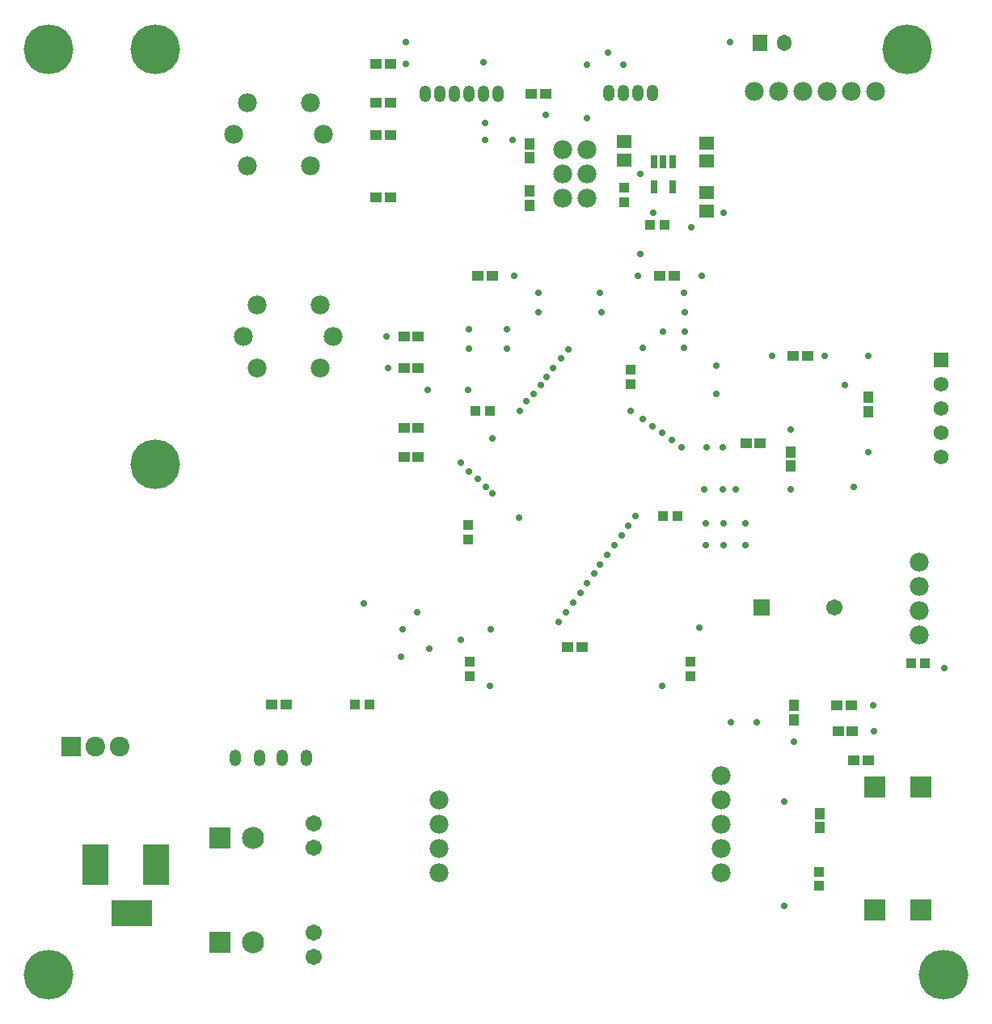
<source format=gbr>
G04*
G04 #@! TF.GenerationSoftware,Altium Limited,Altium Designer,24.4.1 (13)*
G04*
G04 Layer_Color=16711935*
%FSLAX44Y44*%
%MOMM*%
G71*
G04*
G04 #@! TF.SameCoordinates,292D2D62-A6DC-441A-99C5-A44A3EC90559*
G04*
G04*
G04 #@! TF.FilePolarity,Negative*
G04*
G01*
G75*
%ADD32R,1.1524X1.1024*%
%ADD40O,1.5032X1.7032*%
%ADD41R,1.5032X1.7032*%
%ADD42R,1.5732X1.5732*%
%ADD43C,1.5732*%
%ADD44C,1.9812*%
%ADD45C,5.2032*%
%ADD46R,2.3032X2.3032*%
%ADD47C,2.3032*%
%ADD48R,2.7432X4.2672*%
%ADD49R,4.2672X2.7432*%
%ADD50O,1.2192X1.7272*%
%ADD51C,2.0632*%
%ADD52R,2.0632X2.0632*%
%ADD53C,1.7032*%
%ADD54R,1.7032X1.7032*%
%ADD55R,2.2032X2.2032*%
%ADD56C,0.7112*%
%ADD80R,1.1024X1.1524*%
%ADD81R,1.0414X1.1024*%
%ADD82R,1.1024X1.0414*%
%ADD83R,1.6032X1.4032*%
%ADD84R,0.7724X1.3724*%
D32*
X682110Y774700D02*
D03*
X697110D02*
D03*
X868800Y298450D02*
D03*
X883800D02*
D03*
X562490Y965200D02*
D03*
X547490D02*
D03*
X900310Y267970D02*
D03*
X885310D02*
D03*
X882530Y325120D02*
D03*
X867530D02*
D03*
X600590Y386080D02*
D03*
X585590D02*
D03*
X821810Y690880D02*
D03*
X836810D02*
D03*
X787280Y599440D02*
D03*
X772280D02*
D03*
X429140Y585470D02*
D03*
X414140D02*
D03*
X384930Y996950D02*
D03*
X399930D02*
D03*
X429140Y678180D02*
D03*
X414140D02*
D03*
X399930Y956310D02*
D03*
X384930D02*
D03*
X414140Y711200D02*
D03*
X429140D02*
D03*
X384930Y922020D02*
D03*
X399930D02*
D03*
X414140Y615950D02*
D03*
X429140D02*
D03*
X384930Y857250D02*
D03*
X399930D02*
D03*
X275710Y326390D02*
D03*
X290710D02*
D03*
X491610Y774700D02*
D03*
X506610D02*
D03*
D40*
X812800Y1018540D02*
D03*
D41*
X787400D02*
D03*
D42*
X976630Y687070D02*
D03*
D43*
Y661670D02*
D03*
Y636270D02*
D03*
Y610870D02*
D03*
Y585470D02*
D03*
D44*
X953770Y474980D02*
D03*
Y398780D02*
D03*
Y424180D02*
D03*
Y449580D02*
D03*
X908050Y967740D02*
D03*
X882650D02*
D03*
X857250D02*
D03*
X831850D02*
D03*
X806450D02*
D03*
X781050D02*
D03*
X330200Y923290D02*
D03*
X316230Y890270D02*
D03*
Y956310D02*
D03*
X250190D02*
D03*
X236220Y923290D02*
D03*
X250190Y890270D02*
D03*
X326390Y678180D02*
D03*
X340360Y711200D02*
D03*
X326390Y744220D02*
D03*
X260350Y678180D02*
D03*
X246380Y711200D02*
D03*
X260350Y744220D02*
D03*
X746760Y251460D02*
D03*
Y226060D02*
D03*
Y200660D02*
D03*
Y175260D02*
D03*
Y149860D02*
D03*
X450850Y226060D02*
D03*
Y200660D02*
D03*
Y175260D02*
D03*
Y149860D02*
D03*
X605790Y855980D02*
D03*
Y881380D02*
D03*
Y906780D02*
D03*
X580390D02*
D03*
Y881380D02*
D03*
Y855980D02*
D03*
D45*
X941070Y1012190D02*
D03*
X153670D02*
D03*
Y577850D02*
D03*
X979170Y43180D02*
D03*
X41910D02*
D03*
Y1012190D02*
D03*
D46*
X221260Y186690D02*
D03*
Y77470D02*
D03*
D47*
X256260Y186690D02*
D03*
Y77470D02*
D03*
D48*
X154940Y158750D02*
D03*
X91440D02*
D03*
D49*
X129540Y107950D02*
D03*
D50*
X312420Y270510D02*
D03*
X287020D02*
D03*
X262890D02*
D03*
X237490D02*
D03*
X674370Y966470D02*
D03*
X659130D02*
D03*
X643890D02*
D03*
X628650D02*
D03*
X436880Y965200D02*
D03*
X452120D02*
D03*
X467360D02*
D03*
X482600D02*
D03*
X497840D02*
D03*
X513080D02*
D03*
D51*
X116840Y281940D02*
D03*
X91440D02*
D03*
D52*
X66040D02*
D03*
D53*
X320040Y87630D02*
D03*
Y62230D02*
D03*
Y201930D02*
D03*
Y176530D02*
D03*
X864870Y427990D02*
D03*
D54*
X788670Y427863D02*
D03*
D55*
X955365Y111125D02*
D03*
X907105D02*
D03*
Y239395D02*
D03*
X955365D02*
D03*
D56*
X416560Y1019810D02*
D03*
X628121Y1008121D02*
D03*
X562610Y943610D02*
D03*
X554990Y736600D02*
D03*
Y756920D02*
D03*
X621030Y736600D02*
D03*
X619760Y756920D02*
D03*
X708660Y736600D02*
D03*
X707390Y756920D02*
D03*
X557530Y660400D02*
D03*
X549910Y651510D02*
D03*
X563880Y669290D02*
D03*
X570230Y678180D02*
D03*
X579120Y688340D02*
D03*
X586328Y697555D02*
D03*
X506730Y547370D02*
D03*
Y604520D02*
D03*
X500380Y553720D02*
D03*
X675640Y840740D02*
D03*
X715010Y825500D02*
D03*
X535940Y633730D02*
D03*
X900430Y690880D02*
D03*
Y590550D02*
D03*
X876300Y660400D02*
D03*
X741680Y651510D02*
D03*
Y680720D02*
D03*
X885190Y553720D02*
D03*
X491490Y562610D02*
D03*
X482600Y570230D02*
D03*
X542290Y643890D02*
D03*
X684530Y610870D02*
D03*
X664210Y624840D02*
D03*
X674370Y617220D02*
D03*
X694690Y603250D02*
D03*
X748030Y595630D02*
D03*
X731520D02*
D03*
X704850D02*
D03*
X613410Y463550D02*
D03*
X627380Y482600D02*
D03*
X635000Y492760D02*
D03*
X642620Y502920D02*
D03*
X648970Y513080D02*
D03*
X619760Y472440D02*
D03*
X819471Y613731D02*
D03*
X708660Y716280D02*
D03*
X685800D02*
D03*
X707390Y699770D02*
D03*
X664210D02*
D03*
X749300Y840740D02*
D03*
X726440Y774700D02*
D03*
X605790Y939800D02*
D03*
X783590Y307340D02*
D03*
X756920D02*
D03*
X980440Y364490D02*
D03*
X728980Y551180D02*
D03*
X762000D02*
D03*
X748030D02*
D03*
X651510Y633730D02*
D03*
X772160Y492760D02*
D03*
Y515620D02*
D03*
X749300Y492760D02*
D03*
Y515620D02*
D03*
X730250D02*
D03*
X755650Y1019810D02*
D03*
X730250Y492760D02*
D03*
X854710Y690880D02*
D03*
X800100D02*
D03*
X819150Y551180D02*
D03*
X643890Y995680D02*
D03*
X605790D02*
D03*
X528320Y916940D02*
D03*
X499110D02*
D03*
Y934720D02*
D03*
X482600Y698500D02*
D03*
Y718820D02*
D03*
X521970Y698500D02*
D03*
Y718820D02*
D03*
X481330Y655320D02*
D03*
X439420D02*
D03*
X397510Y678180D02*
D03*
X661670Y797560D02*
D03*
X723900Y406400D02*
D03*
X416560Y996950D02*
D03*
X497840Y998220D02*
D03*
X505460Y405130D02*
D03*
X412750D02*
D03*
X473710Y393700D02*
D03*
X411480Y375920D02*
D03*
X440690Y384810D02*
D03*
X372110Y431800D02*
D03*
X396240Y711200D02*
D03*
X427990Y422910D02*
D03*
X812800Y224790D02*
D03*
Y115570D02*
D03*
X661670Y881380D02*
D03*
X822960Y287020D02*
D03*
X905510Y325120D02*
D03*
X906780Y298450D02*
D03*
X659130Y774700D02*
D03*
X529590D02*
D03*
X684530Y345440D02*
D03*
X504190D02*
D03*
X473710Y579120D02*
D03*
X534670Y521970D02*
D03*
X576580Y412750D02*
D03*
X584200Y422910D02*
D03*
X591820Y433070D02*
D03*
X599440Y443230D02*
D03*
X605790Y453390D02*
D03*
X656590Y523240D02*
D03*
D80*
X900430Y632580D02*
D03*
Y647580D02*
D03*
X822960Y325000D02*
D03*
Y310000D02*
D03*
X819150Y590430D02*
D03*
Y575430D02*
D03*
X546100Y913010D02*
D03*
Y898010D02*
D03*
Y848480D02*
D03*
Y863480D02*
D03*
X849630Y211970D02*
D03*
Y196970D02*
D03*
D81*
X378264Y326472D02*
D03*
X363264D02*
D03*
X945076Y369488D02*
D03*
X960076D02*
D03*
X489146Y633648D02*
D03*
X504146D02*
D03*
X672026Y827958D02*
D03*
X687026D02*
D03*
X700844Y523322D02*
D03*
X685844D02*
D03*
D82*
X645078Y867214D02*
D03*
Y852214D02*
D03*
X651428Y661714D02*
D03*
Y676714D02*
D03*
X481248Y499154D02*
D03*
Y514154D02*
D03*
X482682Y370796D02*
D03*
Y355796D02*
D03*
X713822Y370796D02*
D03*
Y355796D02*
D03*
X848442Y151086D02*
D03*
Y136086D02*
D03*
D83*
X645194Y895966D02*
D03*
Y914966D02*
D03*
X731486Y913784D02*
D03*
Y894784D02*
D03*
Y861714D02*
D03*
Y842714D02*
D03*
D84*
X676274Y868281D02*
D03*
X695274Y894481D02*
D03*
X676274D02*
D03*
X685774D02*
D03*
X695324Y868281D02*
D03*
M02*

</source>
